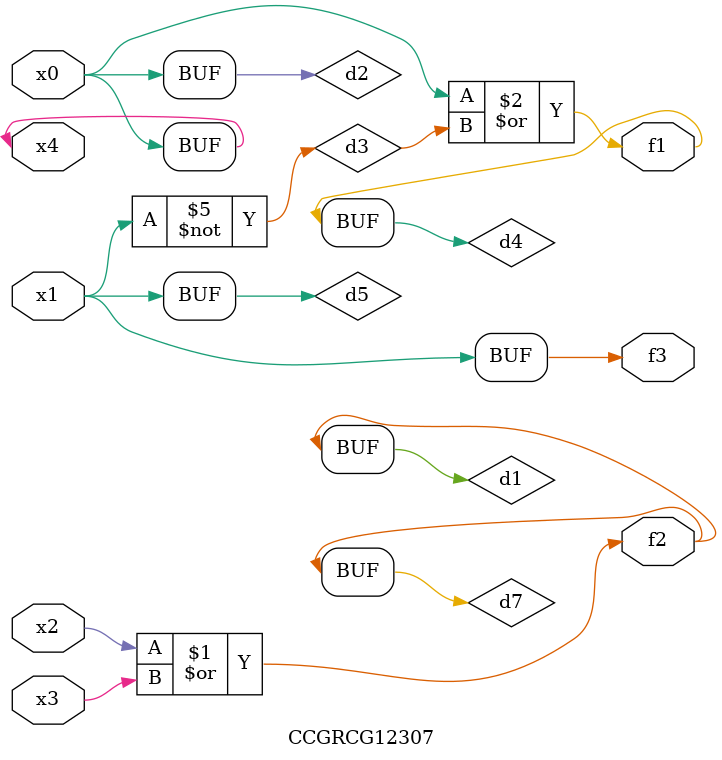
<source format=v>
module CCGRCG12307(
	input x0, x1, x2, x3, x4,
	output f1, f2, f3
);

	wire d1, d2, d3, d4, d5, d6, d7;

	or (d1, x2, x3);
	buf (d2, x0, x4);
	not (d3, x1);
	or (d4, d2, d3);
	not (d5, d3);
	nand (d6, d1, d3);
	or (d7, d1);
	assign f1 = d4;
	assign f2 = d7;
	assign f3 = d5;
endmodule

</source>
